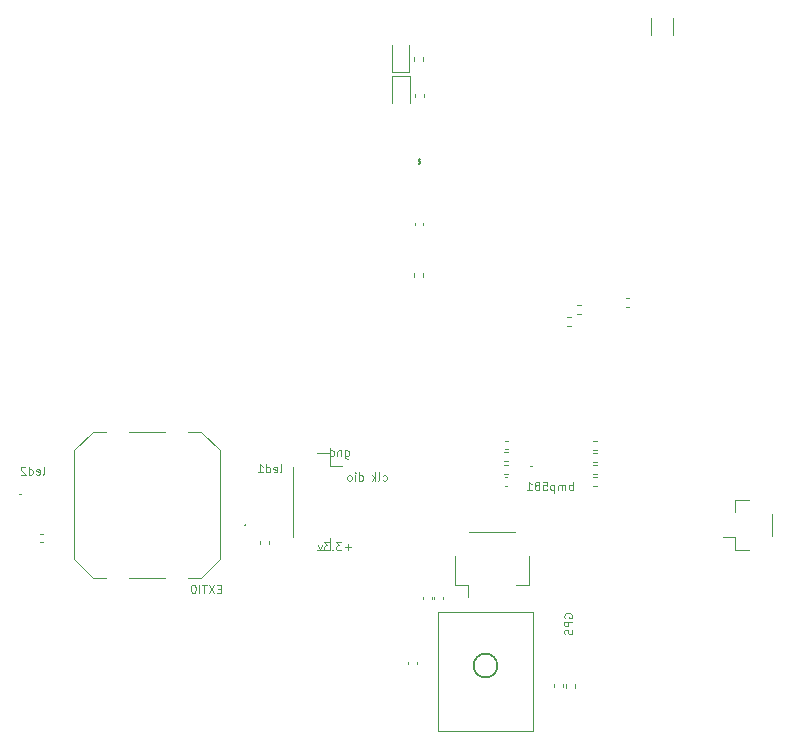
<source format=gbr>
%TF.GenerationSoftware,KiCad,Pcbnew,9.0.0*%
%TF.CreationDate,2025-03-27T23:54:47+01:00*%
%TF.ProjectId,flexpcb,666c6578-7063-4622-9e6b-696361645f70,rev?*%
%TF.SameCoordinates,Original*%
%TF.FileFunction,Legend,Bot*%
%TF.FilePolarity,Positive*%
%FSLAX46Y46*%
G04 Gerber Fmt 4.6, Leading zero omitted, Abs format (unit mm)*
G04 Created by KiCad (PCBNEW 9.0.0) date 2025-03-27 23:54:47*
%MOMM*%
%LPD*%
G01*
G04 APERTURE LIST*
%ADD10C,0.125000*%
%ADD11C,0.150000*%
%ADD12C,0.120000*%
%ADD13C,0.100000*%
G04 APERTURE END LIST*
D10*
X138341166Y-122615569D02*
X138307833Y-122548902D01*
X138307833Y-122548902D02*
X138307833Y-122448902D01*
X138307833Y-122448902D02*
X138341166Y-122348902D01*
X138341166Y-122348902D02*
X138407833Y-122282236D01*
X138407833Y-122282236D02*
X138474500Y-122248902D01*
X138474500Y-122248902D02*
X138607833Y-122215569D01*
X138607833Y-122215569D02*
X138707833Y-122215569D01*
X138707833Y-122215569D02*
X138841166Y-122248902D01*
X138841166Y-122248902D02*
X138907833Y-122282236D01*
X138907833Y-122282236D02*
X138974500Y-122348902D01*
X138974500Y-122348902D02*
X139007833Y-122448902D01*
X139007833Y-122448902D02*
X139007833Y-122515569D01*
X139007833Y-122515569D02*
X138974500Y-122615569D01*
X138974500Y-122615569D02*
X138941166Y-122648902D01*
X138941166Y-122648902D02*
X138707833Y-122648902D01*
X138707833Y-122648902D02*
X138707833Y-122515569D01*
X139007833Y-122948902D02*
X138307833Y-122948902D01*
X138307833Y-122948902D02*
X138307833Y-123215569D01*
X138307833Y-123215569D02*
X138341166Y-123282236D01*
X138341166Y-123282236D02*
X138374500Y-123315569D01*
X138374500Y-123315569D02*
X138441166Y-123348902D01*
X138441166Y-123348902D02*
X138541166Y-123348902D01*
X138541166Y-123348902D02*
X138607833Y-123315569D01*
X138607833Y-123315569D02*
X138641166Y-123282236D01*
X138641166Y-123282236D02*
X138674500Y-123215569D01*
X138674500Y-123215569D02*
X138674500Y-122948902D01*
X138974500Y-123615569D02*
X139007833Y-123715569D01*
X139007833Y-123715569D02*
X139007833Y-123882236D01*
X139007833Y-123882236D02*
X138974500Y-123948902D01*
X138974500Y-123948902D02*
X138941166Y-123982236D01*
X138941166Y-123982236D02*
X138874500Y-124015569D01*
X138874500Y-124015569D02*
X138807833Y-124015569D01*
X138807833Y-124015569D02*
X138741166Y-123982236D01*
X138741166Y-123982236D02*
X138707833Y-123948902D01*
X138707833Y-123948902D02*
X138674500Y-123882236D01*
X138674500Y-123882236D02*
X138641166Y-123748902D01*
X138641166Y-123748902D02*
X138607833Y-123682236D01*
X138607833Y-123682236D02*
X138574500Y-123648902D01*
X138574500Y-123648902D02*
X138507833Y-123615569D01*
X138507833Y-123615569D02*
X138441166Y-123615569D01*
X138441166Y-123615569D02*
X138374500Y-123648902D01*
X138374500Y-123648902D02*
X138341166Y-123682236D01*
X138341166Y-123682236D02*
X138307833Y-123748902D01*
X138307833Y-123748902D02*
X138307833Y-123915569D01*
X138307833Y-123915569D02*
X138341166Y-124015569D01*
X109251097Y-120141166D02*
X109017764Y-120141166D01*
X108917764Y-120507833D02*
X109251097Y-120507833D01*
X109251097Y-120507833D02*
X109251097Y-119807833D01*
X109251097Y-119807833D02*
X108917764Y-119807833D01*
X108684431Y-119807833D02*
X108217764Y-120507833D01*
X108217764Y-119807833D02*
X108684431Y-120507833D01*
X108051097Y-119807833D02*
X107651097Y-119807833D01*
X107851097Y-120507833D02*
X107851097Y-119807833D01*
X107417764Y-120507833D02*
X107417764Y-119807833D01*
X106951098Y-119807833D02*
X106884431Y-119807833D01*
X106884431Y-119807833D02*
X106817764Y-119841166D01*
X106817764Y-119841166D02*
X106784431Y-119874500D01*
X106784431Y-119874500D02*
X106751098Y-119941166D01*
X106751098Y-119941166D02*
X106717764Y-120074500D01*
X106717764Y-120074500D02*
X106717764Y-120241166D01*
X106717764Y-120241166D02*
X106751098Y-120374500D01*
X106751098Y-120374500D02*
X106784431Y-120441166D01*
X106784431Y-120441166D02*
X106817764Y-120474500D01*
X106817764Y-120474500D02*
X106884431Y-120507833D01*
X106884431Y-120507833D02*
X106951098Y-120507833D01*
X106951098Y-120507833D02*
X107017764Y-120474500D01*
X107017764Y-120474500D02*
X107051098Y-120441166D01*
X107051098Y-120441166D02*
X107084431Y-120374500D01*
X107084431Y-120374500D02*
X107117764Y-120241166D01*
X107117764Y-120241166D02*
X107117764Y-120074500D01*
X107117764Y-120074500D02*
X107084431Y-119941166D01*
X107084431Y-119941166D02*
X107051098Y-119874500D01*
X107051098Y-119874500D02*
X107017764Y-119841166D01*
X107017764Y-119841166D02*
X106951098Y-119807833D01*
X94151097Y-110507833D02*
X94217764Y-110474500D01*
X94217764Y-110474500D02*
X94251097Y-110407833D01*
X94251097Y-110407833D02*
X94251097Y-109807833D01*
X93617763Y-110474500D02*
X93684430Y-110507833D01*
X93684430Y-110507833D02*
X93817763Y-110507833D01*
X93817763Y-110507833D02*
X93884430Y-110474500D01*
X93884430Y-110474500D02*
X93917763Y-110407833D01*
X93917763Y-110407833D02*
X93917763Y-110141166D01*
X93917763Y-110141166D02*
X93884430Y-110074500D01*
X93884430Y-110074500D02*
X93817763Y-110041166D01*
X93817763Y-110041166D02*
X93684430Y-110041166D01*
X93684430Y-110041166D02*
X93617763Y-110074500D01*
X93617763Y-110074500D02*
X93584430Y-110141166D01*
X93584430Y-110141166D02*
X93584430Y-110207833D01*
X93584430Y-110207833D02*
X93917763Y-110274500D01*
X92984430Y-110507833D02*
X92984430Y-109807833D01*
X92984430Y-110474500D02*
X93051097Y-110507833D01*
X93051097Y-110507833D02*
X93184430Y-110507833D01*
X93184430Y-110507833D02*
X93251097Y-110474500D01*
X93251097Y-110474500D02*
X93284430Y-110441166D01*
X93284430Y-110441166D02*
X93317763Y-110374500D01*
X93317763Y-110374500D02*
X93317763Y-110174500D01*
X93317763Y-110174500D02*
X93284430Y-110107833D01*
X93284430Y-110107833D02*
X93251097Y-110074500D01*
X93251097Y-110074500D02*
X93184430Y-110041166D01*
X93184430Y-110041166D02*
X93051097Y-110041166D01*
X93051097Y-110041166D02*
X92984430Y-110074500D01*
X92684430Y-109874500D02*
X92651097Y-109841166D01*
X92651097Y-109841166D02*
X92584430Y-109807833D01*
X92584430Y-109807833D02*
X92417764Y-109807833D01*
X92417764Y-109807833D02*
X92351097Y-109841166D01*
X92351097Y-109841166D02*
X92317764Y-109874500D01*
X92317764Y-109874500D02*
X92284430Y-109941166D01*
X92284430Y-109941166D02*
X92284430Y-110007833D01*
X92284430Y-110007833D02*
X92317764Y-110107833D01*
X92317764Y-110107833D02*
X92717764Y-110507833D01*
X92717764Y-110507833D02*
X92284430Y-110507833D01*
X114251097Y-110307833D02*
X114317764Y-110274500D01*
X114317764Y-110274500D02*
X114351097Y-110207833D01*
X114351097Y-110207833D02*
X114351097Y-109607833D01*
X113717763Y-110274500D02*
X113784430Y-110307833D01*
X113784430Y-110307833D02*
X113917763Y-110307833D01*
X113917763Y-110307833D02*
X113984430Y-110274500D01*
X113984430Y-110274500D02*
X114017763Y-110207833D01*
X114017763Y-110207833D02*
X114017763Y-109941166D01*
X114017763Y-109941166D02*
X113984430Y-109874500D01*
X113984430Y-109874500D02*
X113917763Y-109841166D01*
X113917763Y-109841166D02*
X113784430Y-109841166D01*
X113784430Y-109841166D02*
X113717763Y-109874500D01*
X113717763Y-109874500D02*
X113684430Y-109941166D01*
X113684430Y-109941166D02*
X113684430Y-110007833D01*
X113684430Y-110007833D02*
X114017763Y-110074500D01*
X113084430Y-110307833D02*
X113084430Y-109607833D01*
X113084430Y-110274500D02*
X113151097Y-110307833D01*
X113151097Y-110307833D02*
X113284430Y-110307833D01*
X113284430Y-110307833D02*
X113351097Y-110274500D01*
X113351097Y-110274500D02*
X113384430Y-110241166D01*
X113384430Y-110241166D02*
X113417763Y-110174500D01*
X113417763Y-110174500D02*
X113417763Y-109974500D01*
X113417763Y-109974500D02*
X113384430Y-109907833D01*
X113384430Y-109907833D02*
X113351097Y-109874500D01*
X113351097Y-109874500D02*
X113284430Y-109841166D01*
X113284430Y-109841166D02*
X113151097Y-109841166D01*
X113151097Y-109841166D02*
X113084430Y-109874500D01*
X112384430Y-110307833D02*
X112784430Y-110307833D01*
X112584430Y-110307833D02*
X112584430Y-109607833D01*
X112584430Y-109607833D02*
X112651097Y-109707833D01*
X112651097Y-109707833D02*
X112717764Y-109774500D01*
X112717764Y-109774500D02*
X112784430Y-109807833D01*
X120251097Y-116641166D02*
X119717764Y-116641166D01*
X119984430Y-116907833D02*
X119984430Y-116374500D01*
X119451097Y-116207833D02*
X119017763Y-116207833D01*
X119017763Y-116207833D02*
X119251097Y-116474500D01*
X119251097Y-116474500D02*
X119151097Y-116474500D01*
X119151097Y-116474500D02*
X119084430Y-116507833D01*
X119084430Y-116507833D02*
X119051097Y-116541166D01*
X119051097Y-116541166D02*
X119017763Y-116607833D01*
X119017763Y-116607833D02*
X119017763Y-116774500D01*
X119017763Y-116774500D02*
X119051097Y-116841166D01*
X119051097Y-116841166D02*
X119084430Y-116874500D01*
X119084430Y-116874500D02*
X119151097Y-116907833D01*
X119151097Y-116907833D02*
X119351097Y-116907833D01*
X119351097Y-116907833D02*
X119417763Y-116874500D01*
X119417763Y-116874500D02*
X119451097Y-116841166D01*
X118717763Y-116841166D02*
X118684430Y-116874500D01*
X118684430Y-116874500D02*
X118717763Y-116907833D01*
X118717763Y-116907833D02*
X118751096Y-116874500D01*
X118751096Y-116874500D02*
X118717763Y-116841166D01*
X118717763Y-116841166D02*
X118717763Y-116907833D01*
X118451097Y-116207833D02*
X118017763Y-116207833D01*
X118017763Y-116207833D02*
X118251097Y-116474500D01*
X118251097Y-116474500D02*
X118151097Y-116474500D01*
X118151097Y-116474500D02*
X118084430Y-116507833D01*
X118084430Y-116507833D02*
X118051097Y-116541166D01*
X118051097Y-116541166D02*
X118017763Y-116607833D01*
X118017763Y-116607833D02*
X118017763Y-116774500D01*
X118017763Y-116774500D02*
X118051097Y-116841166D01*
X118051097Y-116841166D02*
X118084430Y-116874500D01*
X118084430Y-116874500D02*
X118151097Y-116907833D01*
X118151097Y-116907833D02*
X118351097Y-116907833D01*
X118351097Y-116907833D02*
X118417763Y-116874500D01*
X118417763Y-116874500D02*
X118451097Y-116841166D01*
X117784430Y-116441166D02*
X117617763Y-116907833D01*
X117617763Y-116907833D02*
X117451096Y-116441166D01*
X119751097Y-108441166D02*
X119751097Y-109007833D01*
X119751097Y-109007833D02*
X119784430Y-109074500D01*
X119784430Y-109074500D02*
X119817764Y-109107833D01*
X119817764Y-109107833D02*
X119884430Y-109141166D01*
X119884430Y-109141166D02*
X119984430Y-109141166D01*
X119984430Y-109141166D02*
X120051097Y-109107833D01*
X119751097Y-108874500D02*
X119817764Y-108907833D01*
X119817764Y-108907833D02*
X119951097Y-108907833D01*
X119951097Y-108907833D02*
X120017764Y-108874500D01*
X120017764Y-108874500D02*
X120051097Y-108841166D01*
X120051097Y-108841166D02*
X120084430Y-108774500D01*
X120084430Y-108774500D02*
X120084430Y-108574500D01*
X120084430Y-108574500D02*
X120051097Y-108507833D01*
X120051097Y-108507833D02*
X120017764Y-108474500D01*
X120017764Y-108474500D02*
X119951097Y-108441166D01*
X119951097Y-108441166D02*
X119817764Y-108441166D01*
X119817764Y-108441166D02*
X119751097Y-108474500D01*
X119417764Y-108441166D02*
X119417764Y-108907833D01*
X119417764Y-108507833D02*
X119384431Y-108474500D01*
X119384431Y-108474500D02*
X119317764Y-108441166D01*
X119317764Y-108441166D02*
X119217764Y-108441166D01*
X119217764Y-108441166D02*
X119151097Y-108474500D01*
X119151097Y-108474500D02*
X119117764Y-108541166D01*
X119117764Y-108541166D02*
X119117764Y-108907833D01*
X118484431Y-108907833D02*
X118484431Y-108207833D01*
X118484431Y-108874500D02*
X118551098Y-108907833D01*
X118551098Y-108907833D02*
X118684431Y-108907833D01*
X118684431Y-108907833D02*
X118751098Y-108874500D01*
X118751098Y-108874500D02*
X118784431Y-108841166D01*
X118784431Y-108841166D02*
X118817764Y-108774500D01*
X118817764Y-108774500D02*
X118817764Y-108574500D01*
X118817764Y-108574500D02*
X118784431Y-108507833D01*
X118784431Y-108507833D02*
X118751098Y-108474500D01*
X118751098Y-108474500D02*
X118684431Y-108441166D01*
X118684431Y-108441166D02*
X118551098Y-108441166D01*
X118551098Y-108441166D02*
X118484431Y-108474500D01*
X122951097Y-110974500D02*
X123017764Y-111007833D01*
X123017764Y-111007833D02*
X123151097Y-111007833D01*
X123151097Y-111007833D02*
X123217764Y-110974500D01*
X123217764Y-110974500D02*
X123251097Y-110941166D01*
X123251097Y-110941166D02*
X123284430Y-110874500D01*
X123284430Y-110874500D02*
X123284430Y-110674500D01*
X123284430Y-110674500D02*
X123251097Y-110607833D01*
X123251097Y-110607833D02*
X123217764Y-110574500D01*
X123217764Y-110574500D02*
X123151097Y-110541166D01*
X123151097Y-110541166D02*
X123017764Y-110541166D01*
X123017764Y-110541166D02*
X122951097Y-110574500D01*
X122551097Y-111007833D02*
X122617764Y-110974500D01*
X122617764Y-110974500D02*
X122651097Y-110907833D01*
X122651097Y-110907833D02*
X122651097Y-110307833D01*
X122284430Y-111007833D02*
X122284430Y-110307833D01*
X122217763Y-110741166D02*
X122017763Y-111007833D01*
X122017763Y-110541166D02*
X122284430Y-110807833D01*
X120951097Y-111007833D02*
X120951097Y-110307833D01*
X120951097Y-110974500D02*
X121017764Y-111007833D01*
X121017764Y-111007833D02*
X121151097Y-111007833D01*
X121151097Y-111007833D02*
X121217764Y-110974500D01*
X121217764Y-110974500D02*
X121251097Y-110941166D01*
X121251097Y-110941166D02*
X121284430Y-110874500D01*
X121284430Y-110874500D02*
X121284430Y-110674500D01*
X121284430Y-110674500D02*
X121251097Y-110607833D01*
X121251097Y-110607833D02*
X121217764Y-110574500D01*
X121217764Y-110574500D02*
X121151097Y-110541166D01*
X121151097Y-110541166D02*
X121017764Y-110541166D01*
X121017764Y-110541166D02*
X120951097Y-110574500D01*
X120617764Y-111007833D02*
X120617764Y-110541166D01*
X120617764Y-110307833D02*
X120651097Y-110341166D01*
X120651097Y-110341166D02*
X120617764Y-110374500D01*
X120617764Y-110374500D02*
X120584431Y-110341166D01*
X120584431Y-110341166D02*
X120617764Y-110307833D01*
X120617764Y-110307833D02*
X120617764Y-110374500D01*
X120184431Y-111007833D02*
X120251098Y-110974500D01*
X120251098Y-110974500D02*
X120284431Y-110941166D01*
X120284431Y-110941166D02*
X120317764Y-110874500D01*
X120317764Y-110874500D02*
X120317764Y-110674500D01*
X120317764Y-110674500D02*
X120284431Y-110607833D01*
X120284431Y-110607833D02*
X120251098Y-110574500D01*
X120251098Y-110574500D02*
X120184431Y-110541166D01*
X120184431Y-110541166D02*
X120084431Y-110541166D01*
X120084431Y-110541166D02*
X120017764Y-110574500D01*
X120017764Y-110574500D02*
X119984431Y-110607833D01*
X119984431Y-110607833D02*
X119951098Y-110674500D01*
X119951098Y-110674500D02*
X119951098Y-110874500D01*
X119951098Y-110874500D02*
X119984431Y-110941166D01*
X119984431Y-110941166D02*
X120017764Y-110974500D01*
X120017764Y-110974500D02*
X120084431Y-111007833D01*
X120084431Y-111007833D02*
X120184431Y-111007833D01*
X139051097Y-111807833D02*
X139051097Y-111107833D01*
X139051097Y-111374500D02*
X138984430Y-111341166D01*
X138984430Y-111341166D02*
X138851097Y-111341166D01*
X138851097Y-111341166D02*
X138784430Y-111374500D01*
X138784430Y-111374500D02*
X138751097Y-111407833D01*
X138751097Y-111407833D02*
X138717764Y-111474500D01*
X138717764Y-111474500D02*
X138717764Y-111674500D01*
X138717764Y-111674500D02*
X138751097Y-111741166D01*
X138751097Y-111741166D02*
X138784430Y-111774500D01*
X138784430Y-111774500D02*
X138851097Y-111807833D01*
X138851097Y-111807833D02*
X138984430Y-111807833D01*
X138984430Y-111807833D02*
X139051097Y-111774500D01*
X138417764Y-111807833D02*
X138417764Y-111341166D01*
X138417764Y-111407833D02*
X138384431Y-111374500D01*
X138384431Y-111374500D02*
X138317764Y-111341166D01*
X138317764Y-111341166D02*
X138217764Y-111341166D01*
X138217764Y-111341166D02*
X138151097Y-111374500D01*
X138151097Y-111374500D02*
X138117764Y-111441166D01*
X138117764Y-111441166D02*
X138117764Y-111807833D01*
X138117764Y-111441166D02*
X138084431Y-111374500D01*
X138084431Y-111374500D02*
X138017764Y-111341166D01*
X138017764Y-111341166D02*
X137917764Y-111341166D01*
X137917764Y-111341166D02*
X137851097Y-111374500D01*
X137851097Y-111374500D02*
X137817764Y-111441166D01*
X137817764Y-111441166D02*
X137817764Y-111807833D01*
X137484431Y-111341166D02*
X137484431Y-112041166D01*
X137484431Y-111374500D02*
X137417764Y-111341166D01*
X137417764Y-111341166D02*
X137284431Y-111341166D01*
X137284431Y-111341166D02*
X137217764Y-111374500D01*
X137217764Y-111374500D02*
X137184431Y-111407833D01*
X137184431Y-111407833D02*
X137151098Y-111474500D01*
X137151098Y-111474500D02*
X137151098Y-111674500D01*
X137151098Y-111674500D02*
X137184431Y-111741166D01*
X137184431Y-111741166D02*
X137217764Y-111774500D01*
X137217764Y-111774500D02*
X137284431Y-111807833D01*
X137284431Y-111807833D02*
X137417764Y-111807833D01*
X137417764Y-111807833D02*
X137484431Y-111774500D01*
X136517765Y-111107833D02*
X136851098Y-111107833D01*
X136851098Y-111107833D02*
X136884431Y-111441166D01*
X136884431Y-111441166D02*
X136851098Y-111407833D01*
X136851098Y-111407833D02*
X136784431Y-111374500D01*
X136784431Y-111374500D02*
X136617765Y-111374500D01*
X136617765Y-111374500D02*
X136551098Y-111407833D01*
X136551098Y-111407833D02*
X136517765Y-111441166D01*
X136517765Y-111441166D02*
X136484431Y-111507833D01*
X136484431Y-111507833D02*
X136484431Y-111674500D01*
X136484431Y-111674500D02*
X136517765Y-111741166D01*
X136517765Y-111741166D02*
X136551098Y-111774500D01*
X136551098Y-111774500D02*
X136617765Y-111807833D01*
X136617765Y-111807833D02*
X136784431Y-111807833D01*
X136784431Y-111807833D02*
X136851098Y-111774500D01*
X136851098Y-111774500D02*
X136884431Y-111741166D01*
X136084431Y-111407833D02*
X136151098Y-111374500D01*
X136151098Y-111374500D02*
X136184431Y-111341166D01*
X136184431Y-111341166D02*
X136217764Y-111274500D01*
X136217764Y-111274500D02*
X136217764Y-111241166D01*
X136217764Y-111241166D02*
X136184431Y-111174500D01*
X136184431Y-111174500D02*
X136151098Y-111141166D01*
X136151098Y-111141166D02*
X136084431Y-111107833D01*
X136084431Y-111107833D02*
X135951098Y-111107833D01*
X135951098Y-111107833D02*
X135884431Y-111141166D01*
X135884431Y-111141166D02*
X135851098Y-111174500D01*
X135851098Y-111174500D02*
X135817764Y-111241166D01*
X135817764Y-111241166D02*
X135817764Y-111274500D01*
X135817764Y-111274500D02*
X135851098Y-111341166D01*
X135851098Y-111341166D02*
X135884431Y-111374500D01*
X135884431Y-111374500D02*
X135951098Y-111407833D01*
X135951098Y-111407833D02*
X136084431Y-111407833D01*
X136084431Y-111407833D02*
X136151098Y-111441166D01*
X136151098Y-111441166D02*
X136184431Y-111474500D01*
X136184431Y-111474500D02*
X136217764Y-111541166D01*
X136217764Y-111541166D02*
X136217764Y-111674500D01*
X136217764Y-111674500D02*
X136184431Y-111741166D01*
X136184431Y-111741166D02*
X136151098Y-111774500D01*
X136151098Y-111774500D02*
X136084431Y-111807833D01*
X136084431Y-111807833D02*
X135951098Y-111807833D01*
X135951098Y-111807833D02*
X135884431Y-111774500D01*
X135884431Y-111774500D02*
X135851098Y-111741166D01*
X135851098Y-111741166D02*
X135817764Y-111674500D01*
X135817764Y-111674500D02*
X135817764Y-111541166D01*
X135817764Y-111541166D02*
X135851098Y-111474500D01*
X135851098Y-111474500D02*
X135884431Y-111441166D01*
X135884431Y-111441166D02*
X135951098Y-111407833D01*
X135151097Y-111807833D02*
X135551097Y-111807833D01*
X135351097Y-111807833D02*
X135351097Y-111107833D01*
X135351097Y-111107833D02*
X135417764Y-111207833D01*
X135417764Y-111207833D02*
X135484431Y-111274500D01*
X135484431Y-111274500D02*
X135551097Y-111307833D01*
D11*
X126083866Y-83746943D02*
X126036247Y-83794562D01*
X126036247Y-83794562D02*
X125988628Y-83889800D01*
X125988628Y-83889800D02*
X126083866Y-84080276D01*
X126083866Y-84080276D02*
X126036247Y-84175514D01*
X126036247Y-84175514D02*
X125988628Y-84223133D01*
D12*
%TO.C,R25*%
X140762379Y-108640000D02*
X141097621Y-108640000D01*
X140762379Y-109400000D02*
X141097621Y-109400000D01*
%TO.C,R8*%
X137430000Y-128513641D02*
X137430000Y-128206359D01*
X138190000Y-128513641D02*
X138190000Y-128206359D01*
%TO.C,C4*%
X127330000Y-120832164D02*
X127330000Y-121047836D01*
X128050000Y-120832164D02*
X128050000Y-121047836D01*
%TO.C,C5*%
X125090000Y-126545835D02*
X125090000Y-126314165D01*
X125810000Y-126545835D02*
X125810000Y-126314165D01*
%TO.C,R5*%
X125710000Y-78542489D02*
X125710000Y-78235207D01*
X126470000Y-78542489D02*
X126470000Y-78235207D01*
%TO.C,PA1010D1*%
D13*
X135650000Y-132160000D02*
X127650000Y-132160000D01*
X127650000Y-122160000D01*
X135650000Y-122160000D01*
X135650000Y-132160000D01*
D11*
X132650000Y-126660000D02*
G75*
G02*
X130650000Y-126660000I-1000000J0D01*
G01*
X130650000Y-126660000D02*
G75*
G02*
X132650000Y-126660000I1000000J0D01*
G01*
D12*
%TO.C,U2*%
X151795000Y-115800000D02*
X152785000Y-115800000D01*
X152785000Y-112630000D02*
X153935000Y-112630000D01*
X152785000Y-113680000D02*
X152785000Y-112630000D01*
X152785000Y-115800000D02*
X152785000Y-116850000D01*
X152785000Y-116850000D02*
X153935000Y-116850000D01*
X155905000Y-113800000D02*
X155905000Y-115680000D01*
%TO.C,R14*%
X133244879Y-109670000D02*
X133580121Y-109670000D01*
X133244879Y-110430000D02*
X133580121Y-110430000D01*
%TO.C,C31*%
X133558335Y-107620000D02*
X133326665Y-107620000D01*
X133558335Y-108340000D02*
X133326665Y-108340000D01*
%TO.C,C1*%
X145690000Y-73256252D02*
X145690000Y-71833748D01*
X147510000Y-73256252D02*
X147510000Y-71833748D01*
%TO.C,R13*%
X133254879Y-108610000D02*
X133590121Y-108610000D01*
X133254879Y-109370000D02*
X133590121Y-109370000D01*
%TO.C,R2*%
X138893641Y-97138848D02*
X138586359Y-97138848D01*
X138893641Y-97898848D02*
X138586359Y-97898848D01*
%TO.C,C7*%
X94167836Y-115500000D02*
X93952164Y-115500000D01*
X94167836Y-116220000D02*
X93952164Y-116220000D01*
%TO.C,U1*%
X115375000Y-115730000D02*
X115375000Y-109850000D01*
X118495000Y-108680000D02*
X117345000Y-108680000D01*
X118495000Y-109730000D02*
X118495000Y-108680000D01*
X118495000Y-115850000D02*
X118495000Y-116900000D01*
X118495000Y-116900000D02*
X117345000Y-116900000D01*
X119485000Y-109730000D02*
X118495000Y-109730000D01*
%TO.C,R7*%
X138450000Y-128523641D02*
X138450000Y-128216359D01*
X139210000Y-128523641D02*
X139210000Y-128216359D01*
%TO.C,R26*%
X140762379Y-107610000D02*
X141097621Y-107610000D01*
X140762379Y-108370000D02*
X141097621Y-108370000D01*
D13*
%TO.C,U3*%
X135450000Y-109785000D02*
X135450000Y-109785000D01*
X135550000Y-109785000D02*
X135550000Y-109785000D01*
X135450000Y-109785000D02*
G75*
G02*
X135550000Y-109785000I50000J0D01*
G01*
X135550000Y-109785000D02*
G75*
G02*
X135450000Y-109785000I-50000J0D01*
G01*
D12*
%TO.C,R27*%
X141097621Y-110720000D02*
X140762379Y-110720000D01*
X141097621Y-111480000D02*
X140762379Y-111480000D01*
%TO.C,D2*%
X123765000Y-76736348D02*
X123765000Y-79021348D01*
X125235000Y-76736348D02*
X123765000Y-76736348D01*
X125235000Y-79021348D02*
X125235000Y-76736348D01*
%TO.C,R23*%
X141097621Y-109670000D02*
X140762379Y-109670000D01*
X141097621Y-110430000D02*
X140762379Y-110430000D01*
%TO.C,SW2*%
X96850000Y-108440000D02*
X96850000Y-117640000D01*
X96850000Y-117640000D02*
X98400000Y-119240000D01*
X98400000Y-106840000D02*
X96850000Y-108440000D01*
X98400000Y-106840000D02*
X99550000Y-106840000D01*
X98400000Y-119240000D02*
X99550000Y-119240000D01*
X101450000Y-106840000D02*
X104550000Y-106840000D01*
X101450000Y-119240000D02*
X104550000Y-119240000D01*
X107600000Y-106840000D02*
X106450000Y-106840000D01*
X107600000Y-106840000D02*
X109150000Y-108440000D01*
X107600000Y-119240000D02*
X106450000Y-119240000D01*
X109150000Y-108440000D02*
X109150000Y-117640000D01*
X109150000Y-117640000D02*
X107600000Y-119240000D01*
%TO.C,C23*%
X133508335Y-110720000D02*
X133276665Y-110720000D01*
X133508335Y-111440000D02*
X133276665Y-111440000D01*
D13*
%TO.C,LED1*%
X111250000Y-114670000D02*
X111250000Y-114670000D01*
X111250000Y-114770000D02*
X111250000Y-114770000D01*
X111250000Y-114670000D02*
G75*
G02*
X111250000Y-114770000I0J-50000D01*
G01*
X111250000Y-114770000D02*
G75*
G02*
X111250000Y-114670000I0J50000D01*
G01*
D12*
%TO.C,D1*%
X123705000Y-74108848D02*
X123705000Y-76393848D01*
X123705000Y-76393848D02*
X125175000Y-76393848D01*
X125175000Y-76393848D02*
X125175000Y-74108848D01*
%TO.C,J2*%
X129080000Y-117345000D02*
X129080000Y-119845000D01*
X129080000Y-119845000D02*
X130130000Y-119845000D01*
X130130000Y-119845000D02*
X130130000Y-120835000D01*
X130250000Y-115375000D02*
X134130000Y-115375000D01*
X135300000Y-117345000D02*
X135300000Y-119845000D01*
X135300000Y-119845000D02*
X134250000Y-119845000D01*
%TO.C,C3*%
X126360000Y-120822164D02*
X126360000Y-121037836D01*
X127080000Y-120822164D02*
X127080000Y-121037836D01*
%TO.C,R1*%
X139693641Y-96138848D02*
X139386359Y-96138848D01*
X139693641Y-96898848D02*
X139386359Y-96898848D01*
D13*
%TO.C,LED2*%
X92190000Y-112140000D02*
X92190000Y-112140000D01*
X92290000Y-112140000D02*
X92290000Y-112140000D01*
X92190000Y-112140000D02*
G75*
G02*
X92290000Y-112140000I50000J0D01*
G01*
X92290000Y-112140000D02*
G75*
G02*
X92190000Y-112140000I-50000J0D01*
G01*
D12*
%TO.C,C2*%
X125640000Y-89161012D02*
X125640000Y-89376684D01*
X126360000Y-89161012D02*
X126360000Y-89376684D01*
%TO.C,R6*%
X125560000Y-93445207D02*
X125560000Y-93752489D01*
X126320000Y-93445207D02*
X126320000Y-93752489D01*
%TO.C,R4*%
X125630000Y-75155207D02*
X125630000Y-75462489D01*
X126390000Y-75155207D02*
X126390000Y-75462489D01*
%TO.C,R3*%
X143823641Y-95568848D02*
X143516359Y-95568848D01*
X143823641Y-96328848D02*
X143516359Y-96328848D01*
%TO.C,C6*%
X112590000Y-116327836D02*
X112590000Y-116112164D01*
X113310000Y-116327836D02*
X113310000Y-116112164D01*
%TD*%
M02*

</source>
